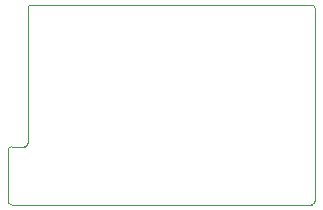
<source format=gko>
G04 #@! TF.GenerationSoftware,KiCad,Pcbnew,5.1.9+dfsg1-1+deb11u1*
G04 #@! TF.CreationDate,2023-10-04T18:53:56+00:00*
G04 #@! TF.ProjectId,ControllerCurrentShuntAddOn,436f6e74-726f-46c6-9c65-724375727265,rev?*
G04 #@! TF.SameCoordinates,Original*
G04 #@! TF.FileFunction,Profile,NP*
%FSLAX46Y46*%
G04 Gerber Fmt 4.6, Leading zero omitted, Abs format (unit mm)*
G04 Created by KiCad (PCBNEW 5.1.9+dfsg1-1+deb11u1) date 2023-10-04 18:53:56*
%MOMM*%
%LPD*%
G01*
G04 APERTURE LIST*
G04 #@! TA.AperFunction,Profile*
%ADD10C,0.050000*%
G04 #@! TD*
G04 APERTURE END LIST*
D10*
X230100000Y-112400000D02*
G75*
G02*
X229800000Y-112700000I-300000J0D01*
G01*
X229800000Y-95800000D02*
G75*
G02*
X230100000Y-96100000I0J-300000D01*
G01*
X205800000Y-96100000D02*
G75*
G02*
X206100000Y-95800000I300000J0D01*
G01*
X205800000Y-107500000D02*
G75*
G02*
X205500000Y-107800000I-300000J0D01*
G01*
X204100000Y-108100000D02*
G75*
G02*
X204400000Y-107800000I300000J0D01*
G01*
X204400000Y-112700000D02*
G75*
G02*
X204100000Y-112400000I0J300000D01*
G01*
X230100000Y-96100000D02*
X230100000Y-112400000D01*
X206100000Y-95800000D02*
X229800000Y-95800000D01*
X204400000Y-107800000D02*
X205500000Y-107800000D01*
X204100000Y-112400000D02*
X204100000Y-108100000D01*
X205800000Y-96100000D02*
X205800000Y-107500000D01*
X229800000Y-112700000D02*
X204400000Y-112700000D01*
M02*

</source>
